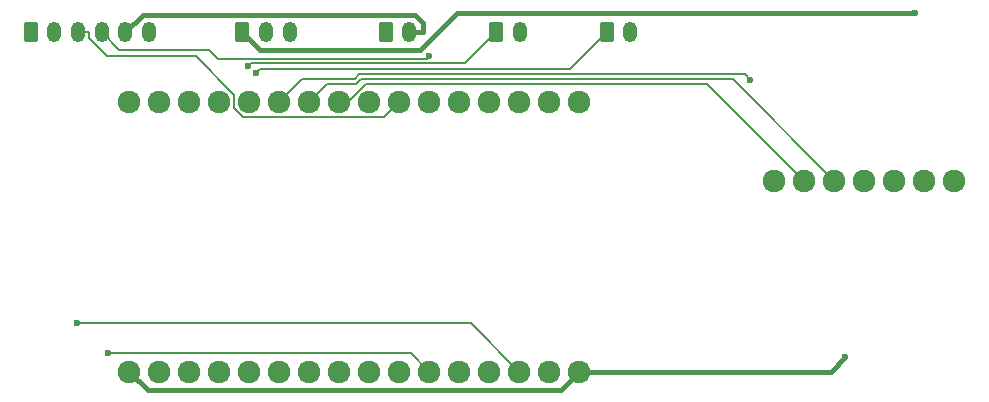
<source format=gtl>
%TF.GenerationSoftware,KiCad,Pcbnew,9.0.2*%
%TF.CreationDate,2025-06-23T22:15:14+02:00*%
%TF.ProjectId,musicbox,6d757369-6362-46f7-982e-6b696361645f,rev?*%
%TF.SameCoordinates,Original*%
%TF.FileFunction,Copper,L1,Top*%
%TF.FilePolarity,Positive*%
%FSLAX46Y46*%
G04 Gerber Fmt 4.6, Leading zero omitted, Abs format (unit mm)*
G04 Created by KiCad (PCBNEW 9.0.2) date 2025-06-23 22:15:14*
%MOMM*%
%LPD*%
G01*
G04 APERTURE LIST*
G04 Aperture macros list*
%AMRoundRect*
0 Rectangle with rounded corners*
0 $1 Rounding radius*
0 $2 $3 $4 $5 $6 $7 $8 $9 X,Y pos of 4 corners*
0 Add a 4 corners polygon primitive as box body*
4,1,4,$2,$3,$4,$5,$6,$7,$8,$9,$2,$3,0*
0 Add four circle primitives for the rounded corners*
1,1,$1+$1,$2,$3*
1,1,$1+$1,$4,$5*
1,1,$1+$1,$6,$7*
1,1,$1+$1,$8,$9*
0 Add four rect primitives between the rounded corners*
20,1,$1+$1,$2,$3,$4,$5,0*
20,1,$1+$1,$4,$5,$6,$7,0*
20,1,$1+$1,$6,$7,$8,$9,0*
20,1,$1+$1,$8,$9,$2,$3,0*%
G04 Aperture macros list end*
%TA.AperFunction,ComponentPad*%
%ADD10C,1.920000*%
%TD*%
%TA.AperFunction,ComponentPad*%
%ADD11RoundRect,0.250000X-0.350000X-0.625000X0.350000X-0.625000X0.350000X0.625000X-0.350000X0.625000X0*%
%TD*%
%TA.AperFunction,ComponentPad*%
%ADD12O,1.200000X1.750000*%
%TD*%
%TA.AperFunction,ViaPad*%
%ADD13C,0.600000*%
%TD*%
%TA.AperFunction,Conductor*%
%ADD14C,0.200000*%
%TD*%
%TA.AperFunction,Conductor*%
%ADD15C,0.400000*%
%TD*%
G04 APERTURE END LIST*
D10*
%TO.P,D32Pro1,1,3V3*%
%TO.N,3V3*%
X148780049Y-44799964D03*
%TO.P,D32Pro1,2,RESET*%
%TO.N,unconnected-(D32Pro1-RESET-Pad2)*%
X146240049Y-44799964D03*
%TO.P,D32Pro1,3,VP/GPIO36*%
%TO.N,unconnected-(D32Pro1-VP{slash}GPIO36-Pad3)*%
X143700049Y-44799964D03*
%TO.P,D32Pro1,4,VN/GPIO39*%
%TO.N,unconnected-(D32Pro1-VN{slash}GPIO39-Pad4)*%
X141160049Y-44799964D03*
%TO.P,D32Pro1,5,GPIO34*%
%TO.N,unconnected-(D32Pro1-GPIO34-Pad5)*%
X138620049Y-44799964D03*
%TO.P,D32Pro1,6,GPIO32*%
%TO.N,/RFID_RST*%
X136080049Y-44799964D03*
%TO.P,D32Pro1,7,GPIO33*%
%TO.N,/RFID_IRQ*%
X133540049Y-44799964D03*
%TO.P,D32Pro1,8,GPIO25*%
%TO.N,/ADR_LED*%
X131000049Y-44799964D03*
%TO.P,D32Pro1,9,GPIO26*%
%TO.N,/I2S_BCK*%
X128460049Y-44799964D03*
%TO.P,D32Pro1,10,GPIO27*%
%TO.N,/I2S_DIN*%
X125920049Y-44799964D03*
%TO.P,D32Pro1,11,GPIO14*%
%TO.N,/I2S_WS*%
X123380049Y-44799964D03*
%TO.P,D32Pro1,12,GPIO12*%
%TO.N,/BT1*%
X120840049Y-44799964D03*
%TO.P,D32Pro1,13,GPIO13*%
%TO.N,/BT2*%
X118300049Y-44799964D03*
%TO.P,D32Pro1,14,EN*%
%TO.N,unconnected-(D32Pro1-EN-Pad14)*%
X115760049Y-44799964D03*
%TO.P,D32Pro1,15,VBUS*%
%TO.N,unconnected-(D32Pro1-VBUS-Pad15)*%
X113220049Y-44799964D03*
%TO.P,D32Pro1,16,VBAT*%
%TO.N,VBAT*%
X110680049Y-44799964D03*
%TO.P,D32Pro1,17,GND*%
%TO.N,GND*%
X148780049Y-67659964D03*
%TO.P,D32Pro1,18,GPIO23*%
%TO.N,/SPI_MOSI*%
X146240049Y-67659964D03*
%TO.P,D32Pro1,19,GPIO22*%
%TO.N,/I2C_SCL*%
X143700049Y-67659964D03*
%TO.P,D32Pro1,20,TXD01/GPIO01*%
%TO.N,unconnected-(D32Pro1-TXD01{slash}GPIO01-Pad20)*%
X141160049Y-67659964D03*
%TO.P,D32Pro1,21,RXD01/GPIO03*%
%TO.N,unconnected-(D32Pro1-RXD01{slash}GPIO03-Pad21)*%
X138620049Y-67659964D03*
%TO.P,D32Pro1,22,GPIO21*%
%TO.N,/I2C_SDA*%
X136080049Y-67659964D03*
%TO.P,D32Pro1,23,GPIO19*%
%TO.N,/SPI_MISO*%
X133540049Y-67659964D03*
%TO.P,D32Pro1,24,GPIO18*%
%TO.N,/SPI_SCK*%
X131000049Y-67659964D03*
%TO.P,D32Pro1,25,GPIO05*%
%TO.N,unconnected-(D32Pro1-GPIO05-Pad25)*%
X128460049Y-67659964D03*
%TO.P,D32Pro1,26,NC1*%
%TO.N,unconnected-(D32Pro1-NC1-Pad26)*%
X125920049Y-67659964D03*
%TO.P,D32Pro1,27,NC2*%
%TO.N,unconnected-(D32Pro1-NC2-Pad27)*%
X123380049Y-67659964D03*
%TO.P,D32Pro1,28,GPIO04*%
%TO.N,/SPI_SS*%
X120840049Y-67659964D03*
%TO.P,D32Pro1,29,GPIO00*%
%TO.N,unconnected-(D32Pro1-GPIO00-Pad29)*%
X118300049Y-67659964D03*
%TO.P,D32Pro1,30,GPIO02*%
%TO.N,unconnected-(D32Pro1-GPIO02-Pad30)*%
X115760049Y-67659964D03*
%TO.P,D32Pro1,31,GPIO15*%
%TO.N,/BT3*%
X113220049Y-67659964D03*
%TO.P,D32Pro1,32,GND*%
%TO.N,GND*%
X110680049Y-67659964D03*
%TD*%
D11*
%TO.P,BT1Con1,1,Pin_1*%
%TO.N,/BT1*%
X132370000Y-38940000D03*
D12*
%TO.P,BT1Con1,2,Pin_2*%
%TO.N,3V3*%
X134370000Y-38940000D03*
%TD*%
D10*
%TO.P,AMP1,1,LRC*%
%TO.N,/I2S_WS*%
X165285000Y-51510000D03*
%TO.P,AMP1,2,BCLK*%
%TO.N,/I2S_BCK*%
X167825000Y-51510000D03*
%TO.P,AMP1,3,DIN*%
%TO.N,/I2S_DIN*%
X170365000Y-51510000D03*
%TO.P,AMP1,4,GAIN*%
%TO.N,GND*%
X172905000Y-51510000D03*
%TO.P,AMP1,5,SD*%
%TO.N,unconnected-(AMP1-SD-Pad5)*%
X175445000Y-51510000D03*
%TO.P,AMP1,6,GND*%
%TO.N,GND*%
X177985000Y-51510000D03*
%TO.P,AMP1,7,VIN*%
%TO.N,VBAT*%
X180525000Y-51510000D03*
%TD*%
D11*
%TO.P,RFIDCon1,1,Pin_1*%
%TO.N,/I2C_SDA*%
X102320000Y-38940000D03*
D12*
%TO.P,RFIDCon1,2,Pin_2*%
%TO.N,/I2C_SCL*%
X104320000Y-38940000D03*
%TO.P,RFIDCon1,3,Pin_3*%
%TO.N,/RFID_IRQ*%
X106320000Y-38940000D03*
%TO.P,RFIDCon1,4,Pin_4*%
%TO.N,/RFID_RST*%
X108320000Y-38940000D03*
%TO.P,RFIDCon1,5,Pin_5*%
%TO.N,3V3*%
X110320000Y-38940000D03*
%TO.P,RFIDCon1,6,Pin_6*%
%TO.N,GND*%
X112320000Y-38940000D03*
%TD*%
D11*
%TO.P,BT3Con1,1,Pin_1*%
%TO.N,/BT3*%
X151080000Y-38940000D03*
D12*
%TO.P,BT3Con1,2,Pin_2*%
%TO.N,3V3*%
X153080000Y-38940000D03*
%TD*%
D11*
%TO.P,NeoPixelCon1,1,Pin_1*%
%TO.N,VBAT*%
X120240000Y-38940000D03*
D12*
%TO.P,NeoPixelCon1,2,Pin_2*%
%TO.N,/ADR_LED*%
X122240000Y-38940000D03*
%TO.P,NeoPixelCon1,3,Pin_3*%
%TO.N,GND*%
X124240000Y-38940000D03*
%TD*%
D11*
%TO.P,BT2Con1,1,Pin_1*%
%TO.N,/BT2*%
X141730000Y-38940000D03*
D12*
%TO.P,BT2Con1,2,Pin_2*%
%TO.N,3V3*%
X143730000Y-38940000D03*
%TD*%
D13*
%TO.N,/I2S_WS*%
X163225600Y-42944000D03*
%TO.N,/I2C_SCL*%
X106286900Y-63552400D03*
%TO.N,/RFID_RST*%
X136080000Y-40957500D03*
%TO.N,/I2C_SDA*%
X108891700Y-66127600D03*
%TO.N,VBAT*%
X177217300Y-37278700D03*
%TO.N,GND*%
X171306300Y-66471700D03*
%TO.N,/BT3*%
X121385100Y-42420700D03*
%TO.N,/BT2*%
X120733700Y-41819000D03*
%TD*%
D14*
%TO.N,/I2S_BCK*%
X159610700Y-43295700D02*
X167825000Y-51510000D01*
X130688300Y-43295700D02*
X159610700Y-43295700D01*
X129184000Y-44800000D02*
X130688300Y-43295700D01*
X128460100Y-44800000D02*
X129184000Y-44800000D01*
%TO.N,/I2S_DIN*%
X161749000Y-42894000D02*
X170365000Y-51510000D01*
X130276400Y-42894000D02*
X161749000Y-42894000D01*
X129876200Y-43294200D02*
X130276400Y-42894000D01*
X127425800Y-43294200D02*
X129876200Y-43294200D01*
X125920000Y-44800000D02*
X127425800Y-43294200D01*
%TO.N,/I2S_WS*%
X129741400Y-42860900D02*
X130111500Y-42490800D01*
X125319200Y-42860900D02*
X129741400Y-42860900D01*
X123380100Y-44800000D02*
X125319200Y-42860900D01*
X162772400Y-42490800D02*
X163225600Y-42944000D01*
X130111500Y-42490800D02*
X162772400Y-42490800D01*
%TO.N,/I2C_SCL*%
X139592400Y-63552400D02*
X143700000Y-67660000D01*
X106285300Y-63552400D02*
X139592400Y-63552400D01*
X106285300Y-63552400D02*
X106286900Y-63552400D01*
%TO.N,/RFID_RST*%
X109793800Y-40413800D02*
X108320000Y-38940000D01*
X117428400Y-40413800D02*
X109793800Y-40413800D01*
X118191700Y-41177100D02*
X117428400Y-40413800D01*
X135860400Y-41177100D02*
X118191700Y-41177100D01*
X136080000Y-40957500D02*
X135860400Y-41177100D01*
%TO.N,/I2C_SDA*%
X134547600Y-66127600D02*
X136080000Y-67660000D01*
X108891700Y-66127600D02*
X134547600Y-66127600D01*
%TO.N,/RFID_IRQ*%
X106320000Y-38940000D02*
X107221700Y-38940000D01*
X132226700Y-46113400D02*
X133540100Y-44800000D01*
X120332100Y-46113400D02*
X132226700Y-46113400D01*
X119570200Y-45351500D02*
X120332100Y-46113400D01*
X119570200Y-44237000D02*
X119570200Y-45351500D01*
X116289900Y-40956700D02*
X119570200Y-44237000D01*
X108751900Y-40956700D02*
X116289900Y-40956700D01*
X107221700Y-39426500D02*
X108751900Y-40956700D01*
X107221700Y-38940000D02*
X107221700Y-39426500D01*
D15*
%TO.N,VBAT*%
X121734600Y-40434600D02*
X120240000Y-38940000D01*
X135257300Y-40434600D02*
X121734600Y-40434600D01*
X138413200Y-37278700D02*
X135257300Y-40434600D01*
X177217300Y-37278700D02*
X138413200Y-37278700D01*
%TO.N,GND*%
X112249700Y-69229700D02*
X110680000Y-67660000D01*
X147210300Y-69229700D02*
X112249700Y-69229700D01*
X148780000Y-67660000D02*
X147210300Y-69229700D01*
X170118000Y-67660000D02*
X171306300Y-66471700D01*
X148780000Y-67660000D02*
X170118000Y-67660000D01*
D14*
%TO.N,/BT3*%
X147981100Y-42038900D02*
X151080000Y-38940000D01*
X121766900Y-42038900D02*
X147981100Y-42038900D01*
X121385100Y-42420700D02*
X121766900Y-42038900D01*
%TO.N,/BT2*%
X120973900Y-41578800D02*
X120733700Y-41819000D01*
X139091200Y-41578800D02*
X120973900Y-41578800D01*
X141730000Y-38940000D02*
X139091200Y-41578800D01*
D15*
%TO.N,3V3*%
X134370000Y-38940000D02*
X135571700Y-38940000D01*
X135571700Y-38158900D02*
X135571700Y-38940000D01*
X134874100Y-37461300D02*
X135571700Y-38158900D01*
X111798700Y-37461300D02*
X134874100Y-37461300D01*
X110320000Y-38940000D02*
X111798700Y-37461300D01*
%TD*%
M02*

</source>
